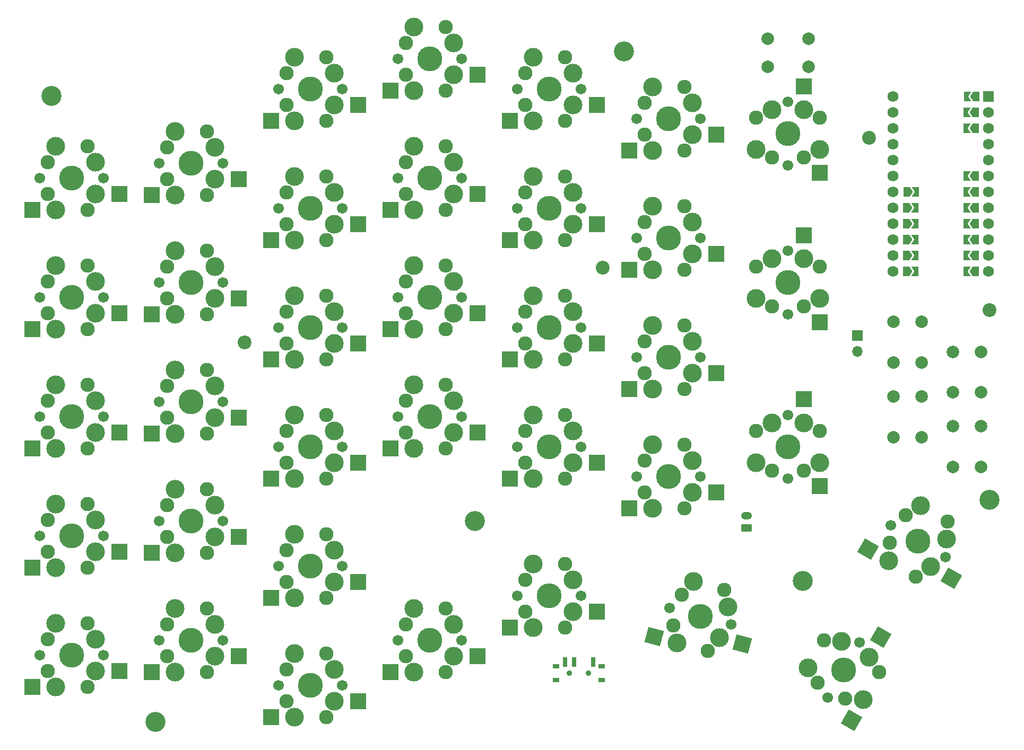
<source format=gbr>
%TF.GenerationSoftware,KiCad,Pcbnew,6.0.4*%
%TF.CreationDate,2022-04-20T09:09:29+02:00*%
%TF.ProjectId,mykeeb,6d796b65-6562-42e6-9b69-6361645f7063,rev?*%
%TF.SameCoordinates,Original*%
%TF.FileFunction,Soldermask,Bot*%
%TF.FilePolarity,Negative*%
%FSLAX46Y46*%
G04 Gerber Fmt 4.6, Leading zero omitted, Abs format (unit mm)*
G04 Created by KiCad (PCBNEW 6.0.4) date 2022-04-20 09:09:29*
%MOMM*%
%LPD*%
G01*
G04 APERTURE LIST*
G04 Aperture macros list*
%AMRoundRect*
0 Rectangle with rounded corners*
0 $1 Rounding radius*
0 $2 $3 $4 $5 $6 $7 $8 $9 X,Y pos of 4 corners*
0 Add a 4 corners polygon primitive as box body*
4,1,4,$2,$3,$4,$5,$6,$7,$8,$9,$2,$3,0*
0 Add four circle primitives for the rounded corners*
1,1,$1+$1,$2,$3*
1,1,$1+$1,$4,$5*
1,1,$1+$1,$6,$7*
1,1,$1+$1,$8,$9*
0 Add four rect primitives between the rounded corners*
20,1,$1+$1,$2,$3,$4,$5,0*
20,1,$1+$1,$4,$5,$6,$7,0*
20,1,$1+$1,$6,$7,$8,$9,0*
20,1,$1+$1,$8,$9,$2,$3,0*%
%AMRotRect*
0 Rectangle, with rotation*
0 The origin of the aperture is its center*
0 $1 length*
0 $2 width*
0 $3 Rotation angle, in degrees counterclockwise*
0 Add horizontal line*
21,1,$1,$2,0,0,$3*%
%AMFreePoly0*
4,1,6,1.000000,0.000000,0.500000,-0.750000,-0.500000,-0.750000,-0.500000,0.750000,0.500000,0.750000,1.000000,0.000000,1.000000,0.000000,$1*%
%AMFreePoly1*
4,1,6,0.500000,-0.750000,-0.650000,-0.750000,-0.150000,0.000000,-0.650000,0.750000,0.500000,0.750000,0.500000,-0.750000,0.500000,-0.750000,$1*%
G04 Aperture macros list end*
%ADD10R,1.700000X1.700000*%
%ADD11O,1.700000X1.700000*%
%ADD12R,2.550000X2.500000*%
%ADD13C,2.286000*%
%ADD14C,3.000000*%
%ADD15C,3.987800*%
%ADD16C,1.701800*%
%ADD17C,3.200000*%
%ADD18RoundRect,0.250000X0.625000X-0.350000X0.625000X0.350000X-0.625000X0.350000X-0.625000X-0.350000X0*%
%ADD19O,1.750000X1.200000*%
%ADD20RotRect,2.550000X2.500000X345.000000*%
%ADD21C,2.200000*%
%ADD22RotRect,2.550000X2.500000X330.000000*%
%ADD23R,2.500000X2.550000*%
%ADD24C,2.000000*%
%ADD25C,0.900000*%
%ADD26RotRect,2.550000X2.500000X60.000000*%
%ADD27FreePoly0,180.000000*%
%ADD28FreePoly1,180.000000*%
%ADD29FreePoly0,0.000000*%
%ADD30FreePoly1,0.000000*%
%ADD31C,1.752600*%
%ADD32R,1.752600X1.752600*%
%ADD33R,0.700000X1.500000*%
%ADD34R,1.000000X0.800000*%
G04 APERTURE END LIST*
D10*
%TO.C,BT2*%
X172974000Y-82296000D03*
D11*
X172974000Y-84836000D03*
%TD*%
D12*
%TO.C,K11*%
X74235000Y-76358750D03*
D13*
X69215000Y-68738750D03*
X69215000Y-78898750D03*
D12*
X60385000Y-78898750D03*
D13*
X62865000Y-76358750D03*
X62865000Y-71278750D03*
D14*
X64135000Y-78898750D03*
X70485000Y-76358750D03*
X70485000Y-71278750D03*
D15*
X66675000Y-73818750D03*
D16*
X61595000Y-73818750D03*
D14*
X64135000Y-68738750D03*
D16*
X71755000Y-73818750D03*
%TD*%
D12*
%TO.C,K10*%
X55185000Y-78740000D03*
D13*
X50165000Y-71120000D03*
X50165000Y-81280000D03*
D12*
X41335000Y-81280000D03*
D13*
X43815000Y-78740000D03*
X43815000Y-73660000D03*
D14*
X45085000Y-81280000D03*
X51435000Y-78740000D03*
X51435000Y-73660000D03*
D15*
X47625000Y-76200000D03*
D16*
X42545000Y-76200000D03*
D14*
X45085000Y-71120000D03*
D16*
X52705000Y-76200000D03*
%TD*%
D12*
%TO.C,K31*%
X74235000Y-114458750D03*
D13*
X69215000Y-106838750D03*
X69215000Y-116998750D03*
D12*
X60385000Y-116998750D03*
D13*
X62865000Y-114458750D03*
X62865000Y-109378750D03*
D14*
X64135000Y-116998750D03*
X70485000Y-114458750D03*
X70485000Y-109378750D03*
D15*
X66675000Y-111918750D03*
D16*
X61595000Y-111918750D03*
D14*
X64135000Y-106838750D03*
D16*
X71755000Y-111918750D03*
%TD*%
D17*
%TO.C,H2*%
X135731250Y-36909375D03*
%TD*%
D18*
%TO.C,BT1*%
X155284000Y-113014000D03*
D19*
X155284000Y-111014000D03*
%TD*%
D12*
%TO.C,K24*%
X131385000Y-83502500D03*
D13*
X126365000Y-75882500D03*
X126365000Y-86042500D03*
D12*
X117535000Y-86042500D03*
D13*
X120015000Y-83502500D03*
X120015000Y-78422500D03*
D14*
X121285000Y-86042500D03*
X127635000Y-83502500D03*
X127635000Y-78422500D03*
D15*
X123825000Y-80962500D03*
D16*
X118745000Y-80962500D03*
D14*
X121285000Y-75882500D03*
D16*
X128905000Y-80962500D03*
%TD*%
D20*
%TO.C,K45*%
X154605567Y-131527054D03*
D13*
X151728820Y-122867427D03*
X149099219Y-132681234D03*
D20*
X140570094Y-130395861D03*
D13*
X144937791Y-123677378D03*
X143622990Y-128584281D03*
D16*
X152867471Y-128431731D03*
D15*
X147960568Y-127116930D03*
D14*
X152298146Y-125649579D03*
X150983345Y-130556482D03*
X146821917Y-121552626D03*
X144192316Y-131366433D03*
D16*
X143053665Y-125802129D03*
%TD*%
D12*
%TO.C,K41*%
X74235000Y-133508750D03*
D13*
X69215000Y-125888750D03*
X69215000Y-136048750D03*
D12*
X60385000Y-136048750D03*
D13*
X62865000Y-133508750D03*
X62865000Y-128428750D03*
D14*
X64135000Y-136048750D03*
X70485000Y-133508750D03*
X70485000Y-128428750D03*
D15*
X66675000Y-130968750D03*
D16*
X61595000Y-130968750D03*
D14*
X64135000Y-125888750D03*
D16*
X71755000Y-130968750D03*
%TD*%
D12*
%TO.C,K20*%
X55185000Y-97790000D03*
D13*
X50165000Y-90170000D03*
X50165000Y-100330000D03*
D12*
X41335000Y-100330000D03*
D13*
X43815000Y-97790000D03*
X43815000Y-92710000D03*
D14*
X45085000Y-100330000D03*
X51435000Y-97790000D03*
X51435000Y-92710000D03*
D15*
X47625000Y-95250000D03*
D16*
X42545000Y-95250000D03*
D14*
X45085000Y-90170000D03*
D16*
X52705000Y-95250000D03*
%TD*%
D12*
%TO.C,K21*%
X74235000Y-95408750D03*
D13*
X69215000Y-87788750D03*
X69215000Y-97948750D03*
D12*
X60385000Y-97948750D03*
D13*
X62865000Y-95408750D03*
X62865000Y-90328750D03*
D14*
X64135000Y-97948750D03*
X70485000Y-95408750D03*
X70485000Y-90328750D03*
D15*
X66675000Y-92868750D03*
D16*
X61595000Y-92868750D03*
D14*
X64135000Y-87788750D03*
D16*
X71755000Y-92868750D03*
%TD*%
D12*
%TO.C,K13*%
X112335000Y-59690000D03*
D13*
X107315000Y-52070000D03*
X107315000Y-62230000D03*
D12*
X98485000Y-62230000D03*
D13*
X100965000Y-59690000D03*
X100965000Y-54610000D03*
D14*
X102235000Y-62230000D03*
X108585000Y-59690000D03*
X108585000Y-54610000D03*
D15*
X104775000Y-57150000D03*
D16*
X99695000Y-57150000D03*
D14*
X102235000Y-52070000D03*
D16*
X109855000Y-57150000D03*
%TD*%
D21*
%TO.C,H10*%
X194066981Y-78224296D03*
%TD*%
D22*
%TO.C,K36*%
X187960000Y-121080659D03*
D13*
X187422553Y-111971545D03*
X182342553Y-120770363D03*
D22*
X174695548Y-116355363D03*
D13*
X178113291Y-115395659D03*
X180653291Y-110996249D03*
D14*
X177943143Y-118230363D03*
X184712405Y-119205659D03*
X187252405Y-114806249D03*
D15*
X182682848Y-115100954D03*
D16*
X178283439Y-112560954D03*
D14*
X183023143Y-109431545D03*
D16*
X187082257Y-117640954D03*
%TD*%
D17*
%TO.C,H1*%
X44396516Y-43963668D03*
%TD*%
D12*
%TO.C,K40*%
X55185000Y-135890000D03*
D13*
X50165000Y-128270000D03*
X50165000Y-138430000D03*
D12*
X41335000Y-138430000D03*
D13*
X43815000Y-135890000D03*
X43815000Y-130810000D03*
D14*
X45085000Y-138430000D03*
X51435000Y-135890000D03*
X51435000Y-130810000D03*
D15*
X47625000Y-133350000D03*
D16*
X42545000Y-133350000D03*
D14*
X45085000Y-128270000D03*
D16*
X52705000Y-133350000D03*
%TD*%
D12*
%TO.C,K25*%
X150435000Y-88265000D03*
D13*
X145415000Y-80645000D03*
X145415000Y-90805000D03*
D12*
X136585000Y-90805000D03*
D13*
X139065000Y-88265000D03*
X139065000Y-83185000D03*
D14*
X140335000Y-90805000D03*
X146685000Y-88265000D03*
X146685000Y-83185000D03*
D15*
X142875000Y-85725000D03*
D16*
X137795000Y-85725000D03*
D14*
X140335000Y-80645000D03*
D16*
X147955000Y-85725000D03*
%TD*%
D17*
%TO.C,H3*%
X194111215Y-108536998D03*
%TD*%
D12*
%TO.C,K7*%
X93285000Y-140652500D03*
D13*
X88265000Y-133032500D03*
X88265000Y-143192500D03*
D12*
X79435000Y-143192500D03*
D13*
X81915000Y-140652500D03*
X81915000Y-135572500D03*
D14*
X83185000Y-143192500D03*
X89535000Y-140652500D03*
X89535000Y-135572500D03*
D15*
X85725000Y-138112500D03*
D16*
X80645000Y-138112500D03*
D14*
X83185000Y-133032500D03*
D16*
X90805000Y-138112500D03*
%TD*%
D12*
%TO.C,K15*%
X150435000Y-69215000D03*
D13*
X145415000Y-61595000D03*
X145415000Y-71755000D03*
D12*
X136585000Y-71755000D03*
D13*
X139065000Y-69215000D03*
X139065000Y-64135000D03*
D14*
X140335000Y-71755000D03*
X146685000Y-69215000D03*
X146685000Y-64135000D03*
D15*
X142875000Y-66675000D03*
D16*
X137795000Y-66675000D03*
D14*
X140335000Y-61595000D03*
D16*
X147955000Y-66675000D03*
%TD*%
D12*
%TO.C,K5*%
X150435000Y-50165000D03*
D13*
X145415000Y-42545000D03*
X145415000Y-52705000D03*
D12*
X136585000Y-52705000D03*
D13*
X139065000Y-50165000D03*
X139065000Y-45085000D03*
D14*
X140335000Y-52705000D03*
X146685000Y-50165000D03*
X146685000Y-45085000D03*
D15*
X142875000Y-47625000D03*
D16*
X137795000Y-47625000D03*
D14*
X140335000Y-42545000D03*
D16*
X147955000Y-47625000D03*
%TD*%
D12*
%TO.C,K1*%
X74235000Y-57308750D03*
D13*
X69215000Y-49688750D03*
X69215000Y-59848750D03*
D12*
X60385000Y-59848750D03*
D13*
X62865000Y-57308750D03*
X62865000Y-52228750D03*
D14*
X64135000Y-59848750D03*
X70485000Y-57308750D03*
X70485000Y-52228750D03*
D15*
X66675000Y-54768750D03*
D16*
X61595000Y-54768750D03*
D14*
X64135000Y-49688750D03*
D16*
X71755000Y-54768750D03*
%TD*%
D12*
%TO.C,K0*%
X55185000Y-59690000D03*
D13*
X50165000Y-52070000D03*
X50165000Y-62230000D03*
D12*
X41335000Y-62230000D03*
D13*
X43815000Y-59690000D03*
X43815000Y-54610000D03*
D14*
X45085000Y-62230000D03*
X51435000Y-59690000D03*
X51435000Y-54610000D03*
D15*
X47625000Y-57150000D03*
D16*
X42545000Y-57150000D03*
D14*
X45085000Y-52070000D03*
D16*
X52705000Y-57150000D03*
%TD*%
D12*
%TO.C,K42*%
X93285000Y-121602500D03*
D13*
X88265000Y-113982500D03*
X88265000Y-124142500D03*
D12*
X79435000Y-124142500D03*
D13*
X81915000Y-121602500D03*
X81915000Y-116522500D03*
D14*
X83185000Y-124142500D03*
X89535000Y-121602500D03*
X89535000Y-116522500D03*
D15*
X85725000Y-119062500D03*
D16*
X80645000Y-119062500D03*
D14*
X83185000Y-113982500D03*
D16*
X90805000Y-119062500D03*
%TD*%
D12*
%TO.C,K35*%
X150435000Y-107315000D03*
D13*
X145415000Y-99695000D03*
X145415000Y-109855000D03*
D12*
X136585000Y-109855000D03*
D13*
X139065000Y-107315000D03*
X139065000Y-102235000D03*
D14*
X140335000Y-109855000D03*
X146685000Y-107315000D03*
X146685000Y-102235000D03*
D15*
X142875000Y-104775000D03*
D16*
X137795000Y-104775000D03*
D14*
X140335000Y-99695000D03*
D16*
X147955000Y-104775000D03*
%TD*%
D12*
%TO.C,K14*%
X131385000Y-64452500D03*
D13*
X126365000Y-56832500D03*
X126365000Y-66992500D03*
D12*
X117535000Y-66992500D03*
D13*
X120015000Y-64452500D03*
X120015000Y-59372500D03*
D14*
X121285000Y-66992500D03*
X127635000Y-64452500D03*
X127635000Y-59372500D03*
D15*
X123825000Y-61912500D03*
D16*
X118745000Y-61912500D03*
D14*
X121285000Y-56832500D03*
D16*
X128905000Y-61912500D03*
%TD*%
D12*
%TO.C,K22*%
X93285000Y-83502500D03*
D13*
X88265000Y-75882500D03*
X88265000Y-86042500D03*
D12*
X79435000Y-86042500D03*
D13*
X81915000Y-83502500D03*
X81915000Y-78422500D03*
D14*
X83185000Y-86042500D03*
X89535000Y-83502500D03*
X89535000Y-78422500D03*
D15*
X85725000Y-80962500D03*
D16*
X80645000Y-80962500D03*
D14*
X83185000Y-75882500D03*
D16*
X90805000Y-80962500D03*
%TD*%
D17*
%TO.C,H8*%
X164306250Y-121443750D03*
%TD*%
D12*
%TO.C,K12*%
X93285000Y-64452500D03*
D13*
X88265000Y-56832500D03*
X88265000Y-66992500D03*
D12*
X79435000Y-66992500D03*
D13*
X81915000Y-64452500D03*
X81915000Y-59372500D03*
D14*
X83185000Y-66992500D03*
X89535000Y-64452500D03*
X89535000Y-59372500D03*
D15*
X85725000Y-61912500D03*
D16*
X80645000Y-61912500D03*
D14*
X83185000Y-56832500D03*
D16*
X90805000Y-61912500D03*
%TD*%
D12*
%TO.C,K43*%
X112335000Y-133508750D03*
D13*
X107315000Y-125888750D03*
X107315000Y-136048750D03*
D12*
X98485000Y-136048750D03*
D13*
X100965000Y-133508750D03*
X100965000Y-128428750D03*
D14*
X102235000Y-136048750D03*
X108585000Y-133508750D03*
X108585000Y-128428750D03*
D15*
X104775000Y-130968750D03*
D16*
X99695000Y-130968750D03*
D14*
X102235000Y-125888750D03*
D16*
X109855000Y-130968750D03*
%TD*%
D21*
%TO.C,H7*%
X75200000Y-83343750D03*
%TD*%
D17*
%TO.C,H4*%
X61005076Y-144019868D03*
%TD*%
D21*
%TO.C,H9*%
X174831232Y-50681104D03*
%TD*%
D12*
%TO.C,K33*%
X112335000Y-97790000D03*
D13*
X107315000Y-90170000D03*
X107315000Y-100330000D03*
D12*
X98485000Y-100330000D03*
D13*
X100965000Y-97790000D03*
X100965000Y-92710000D03*
D14*
X102235000Y-100330000D03*
X108585000Y-97790000D03*
X108585000Y-92710000D03*
D15*
X104775000Y-95250000D03*
D16*
X99695000Y-95250000D03*
D14*
X102235000Y-90170000D03*
D16*
X109855000Y-95250000D03*
%TD*%
D13*
%TO.C,K26*%
X167005000Y-97472500D03*
X156845000Y-97472500D03*
D23*
X164465000Y-92452500D03*
D13*
X164465000Y-103822500D03*
X159385000Y-103822500D03*
D23*
X167005000Y-106302500D03*
D14*
X167005000Y-102552500D03*
X164465000Y-96202500D03*
D16*
X161925000Y-105092500D03*
D14*
X156845000Y-102552500D03*
D15*
X161925000Y-100012500D03*
D16*
X161925000Y-94932500D03*
D14*
X159385000Y-96202500D03*
%TD*%
D24*
%TO.C,K17*%
X183225000Y-80093750D03*
X183225000Y-86593750D03*
X178725000Y-80093750D03*
X178725000Y-86593750D03*
%TD*%
%TO.C,K47*%
X192750000Y-96762500D03*
X192750000Y-103262500D03*
X188250000Y-96762500D03*
X188250000Y-103262500D03*
%TD*%
D12*
%TO.C,K3*%
X112335000Y-40640000D03*
D13*
X107315000Y-33020000D03*
X107315000Y-43180000D03*
D12*
X98485000Y-43180000D03*
D13*
X100965000Y-40640000D03*
X100965000Y-35560000D03*
D14*
X102235000Y-43180000D03*
X108585000Y-40640000D03*
X108585000Y-35560000D03*
D15*
X104775000Y-38100000D03*
D16*
X99695000Y-38100000D03*
D14*
X102235000Y-33020000D03*
D16*
X109855000Y-38100000D03*
%TD*%
D12*
%TO.C,K34*%
X131385000Y-102552500D03*
D13*
X126365000Y-94932500D03*
X126365000Y-105092500D03*
D12*
X117535000Y-105092500D03*
D13*
X120015000Y-102552500D03*
X120015000Y-97472500D03*
D14*
X121285000Y-105092500D03*
X127635000Y-102552500D03*
X127635000Y-97472500D03*
D15*
X123825000Y-100012500D03*
D16*
X118745000Y-100012500D03*
D14*
X121285000Y-94932500D03*
D16*
X128905000Y-100012500D03*
%TD*%
D25*
%TO.C,SWbat1*%
X127047735Y-136177044D03*
X130047735Y-136177044D03*
%TD*%
D23*
%TO.C,K16*%
X164465000Y-66258750D03*
D13*
X156845000Y-71278750D03*
X167005000Y-71278750D03*
D23*
X167005000Y-80108750D03*
D13*
X159385000Y-77628750D03*
X164465000Y-77628750D03*
D16*
X161925000Y-68738750D03*
D15*
X161925000Y-73818750D03*
D14*
X159385000Y-70008750D03*
X164465000Y-70008750D03*
X156845000Y-76358750D03*
X167005000Y-76358750D03*
D16*
X161925000Y-78898750D03*
%TD*%
D21*
%TO.C,H6*%
X132350000Y-71437500D03*
%TD*%
D12*
%TO.C,K2*%
X93285000Y-45402500D03*
D13*
X88265000Y-37782500D03*
X88265000Y-47942500D03*
D12*
X79435000Y-47942500D03*
D13*
X81915000Y-45402500D03*
X81915000Y-40322500D03*
D14*
X83185000Y-47942500D03*
X89535000Y-45402500D03*
X89535000Y-40322500D03*
D15*
X85725000Y-42862500D03*
D16*
X80645000Y-42862500D03*
D14*
X83185000Y-37782500D03*
D16*
X90805000Y-42862500D03*
%TD*%
D24*
%TO.C,K37*%
X192750000Y-84856250D03*
X192750000Y-91356250D03*
X188250000Y-84856250D03*
X188250000Y-91356250D03*
%TD*%
%TO.C,K27*%
X183225000Y-92000000D03*
X183225000Y-98500000D03*
X178725000Y-92000000D03*
X178725000Y-98500000D03*
%TD*%
D12*
%TO.C,K44*%
X131385000Y-126365000D03*
D13*
X126365000Y-118745000D03*
X126365000Y-128905000D03*
D12*
X117535000Y-128905000D03*
D13*
X120015000Y-126365000D03*
X120015000Y-121285000D03*
D14*
X121285000Y-128905000D03*
X127635000Y-126365000D03*
X127635000Y-121285000D03*
D15*
X123825000Y-123825000D03*
D16*
X118745000Y-123825000D03*
D14*
X121285000Y-118745000D03*
D16*
X128905000Y-123825000D03*
%TD*%
D12*
%TO.C,K4*%
X131385000Y-45402500D03*
D13*
X126365000Y-37782500D03*
X126365000Y-47942500D03*
D12*
X117535000Y-47942500D03*
D13*
X120015000Y-45402500D03*
X120015000Y-40322500D03*
D14*
X121285000Y-47942500D03*
X127635000Y-45402500D03*
X127635000Y-40322500D03*
D15*
X123825000Y-42862500D03*
D16*
X118745000Y-42862500D03*
D14*
X121285000Y-37782500D03*
D16*
X128905000Y-42862500D03*
%TD*%
D12*
%TO.C,K23*%
X112335000Y-78740000D03*
D13*
X107315000Y-71120000D03*
X107315000Y-81280000D03*
D12*
X98485000Y-81280000D03*
D13*
X100965000Y-78740000D03*
X100965000Y-73660000D03*
D14*
X102235000Y-81280000D03*
X108585000Y-78740000D03*
X108585000Y-73660000D03*
D15*
X104775000Y-76200000D03*
D16*
X99695000Y-76200000D03*
D14*
X102235000Y-71120000D03*
D16*
X109855000Y-76200000D03*
%TD*%
D12*
%TO.C,K30*%
X55185000Y-116840000D03*
D13*
X50165000Y-109220000D03*
X50165000Y-119380000D03*
D12*
X41335000Y-119380000D03*
D13*
X43815000Y-116840000D03*
X43815000Y-111760000D03*
D14*
X45085000Y-119380000D03*
X51435000Y-116840000D03*
X51435000Y-111760000D03*
D15*
X47625000Y-114300000D03*
D16*
X42545000Y-114300000D03*
D14*
X45085000Y-109220000D03*
D16*
X52705000Y-114300000D03*
%TD*%
D13*
%TO.C,K46*%
X176446007Y-136063479D03*
X167647189Y-130983479D03*
D26*
X176756303Y-130446032D03*
D13*
X171071303Y-140292741D03*
X166671893Y-137752741D03*
D26*
X172031007Y-143710484D03*
D14*
X173906007Y-140462889D03*
X174881303Y-133693627D03*
D16*
X168236598Y-140122593D03*
D14*
X165107189Y-135382889D03*
D15*
X170776598Y-135723184D03*
D16*
X173316598Y-131323775D03*
D14*
X170481893Y-131153627D03*
%TD*%
D12*
%TO.C,K32*%
X93285000Y-102552500D03*
D13*
X88265000Y-94932500D03*
X88265000Y-105092500D03*
D12*
X79435000Y-105092500D03*
D13*
X81915000Y-102552500D03*
X81915000Y-97472500D03*
D14*
X83185000Y-105092500D03*
X89535000Y-102552500D03*
X89535000Y-97472500D03*
D15*
X85725000Y-100012500D03*
D16*
X80645000Y-100012500D03*
D14*
X83185000Y-94932500D03*
D16*
X90805000Y-100012500D03*
%TD*%
D23*
%TO.C,K6*%
X164465000Y-42446250D03*
D13*
X156845000Y-47466250D03*
X167005000Y-47466250D03*
D23*
X167005000Y-56296250D03*
D13*
X159385000Y-53816250D03*
X164465000Y-53816250D03*
D16*
X161925000Y-44926250D03*
D15*
X161925000Y-50006250D03*
D14*
X159385000Y-46196250D03*
X164465000Y-46196250D03*
X156845000Y-52546250D03*
X167005000Y-52546250D03*
D16*
X161925000Y-55086250D03*
%TD*%
D17*
%TO.C,H5*%
X111918750Y-111918750D03*
%TD*%
D27*
%TO.C,JPc4b1*%
X191883750Y-66913125D03*
D28*
X190433750Y-66913125D03*
%TD*%
D27*
%TO.C,JPc0b1*%
X191883750Y-56753125D03*
D28*
X190433750Y-56753125D03*
%TD*%
D27*
%TO.C,JPbat+b0*%
X191987000Y-44053125D03*
D28*
X190537000Y-44053125D03*
%TD*%
D29*
%TO.C,JPr1b1*%
X180744750Y-64373125D03*
D30*
X182194750Y-64373125D03*
%TD*%
D27*
%TO.C,JPc6b1*%
X191883750Y-71993125D03*
D28*
X190433750Y-71993125D03*
%TD*%
D31*
%TO.C,U1*%
X178675750Y-44053125D03*
X193915750Y-71993125D03*
X178675750Y-46593125D03*
X178675750Y-49133125D03*
X178675750Y-51673125D03*
X178675750Y-54213125D03*
X178675750Y-56753125D03*
X178675750Y-59293125D03*
X178675750Y-61833125D03*
X178675750Y-64373125D03*
X178675750Y-66913125D03*
X178675750Y-69453125D03*
X178675750Y-71993125D03*
X193915750Y-69453125D03*
X193915750Y-66913125D03*
X193915750Y-64373125D03*
X193915750Y-61833125D03*
X193915750Y-59293125D03*
X193915750Y-56753125D03*
X193915750Y-54213125D03*
X193915750Y-51673125D03*
X193915750Y-49133125D03*
X193915750Y-46593125D03*
D32*
X193915750Y-44053125D03*
%TD*%
D33*
%TO.C,SWbat2*%
X126298000Y-134417000D03*
X127798000Y-134417000D03*
X130798000Y-134417000D03*
D25*
X130048000Y-136177000D03*
X127048000Y-136177000D03*
D34*
X132198000Y-135067000D03*
X124898000Y-137277000D03*
X132198000Y-137277000D03*
X124898000Y-135067000D03*
%TD*%
D29*
%TO.C,JPr0b1*%
X180744750Y-61833125D03*
D30*
X182194750Y-61833125D03*
%TD*%
D29*
%TO.C,JPr3b1*%
X180781750Y-69453125D03*
D30*
X182231750Y-69453125D03*
%TD*%
D28*
%TO.C,JPresb0*%
X190396750Y-49133125D03*
D27*
X191846750Y-49133125D03*
%TD*%
%TO.C,JPc5b1*%
X191883750Y-69453125D03*
D28*
X190433750Y-69453125D03*
%TD*%
D29*
%TO.C,JPr2b1*%
X180781750Y-66913125D03*
D30*
X182231750Y-66913125D03*
%TD*%
D27*
%TO.C,JPc2b1*%
X191883750Y-61833125D03*
D28*
X190433750Y-61833125D03*
%TD*%
D29*
%TO.C,JPr4b1*%
X180744750Y-71993125D03*
D30*
X182194750Y-71993125D03*
%TD*%
D28*
%TO.C,JPgndb0*%
X190396750Y-46593125D03*
D27*
X191846750Y-46593125D03*
%TD*%
%TO.C,JPc3b1*%
X191846750Y-64373125D03*
D28*
X190396750Y-64373125D03*
%TD*%
D24*
%TO.C,SW1*%
X158675000Y-34834000D03*
X165175000Y-34834000D03*
X158675000Y-39334000D03*
X165175000Y-39334000D03*
%TD*%
D27*
%TO.C,JPc1b1*%
X191883750Y-59293125D03*
D28*
X190433750Y-59293125D03*
%TD*%
D29*
%TO.C,JPc7b1*%
X180829375Y-59293125D03*
D30*
X182279375Y-59293125D03*
%TD*%
M02*

</source>
